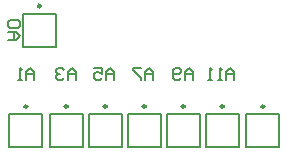
<source format=gbo>
G04*
G04 #@! TF.GenerationSoftware,Altium Limited,Altium Designer,21.1.0 (24)*
G04*
G04 Layer_Color=32896*
%FSLAX25Y25*%
%MOIN*%
G70*
G04*
G04 #@! TF.SameCoordinates,F511F5FD-4682-4DAA-AC6C-A49189F54C52*
G04*
G04*
G04 #@! TF.FilePolarity,Positive*
G04*
G01*
G75*
%ADD10C,0.00984*%
%ADD12C,0.00787*%
%ADD13C,0.00600*%
D10*
X125992Y22071D02*
G03*
X125992Y22071I-492J0D01*
G01*
X112492D02*
G03*
X112492Y22071I-492J0D01*
G01*
X99492D02*
G03*
X99492Y22071I-492J0D01*
G01*
X86492D02*
G03*
X86492Y22071I-492J0D01*
G01*
X73492D02*
G03*
X73492Y22071I-492J0D01*
G01*
X60492D02*
G03*
X60492Y22071I-492J0D01*
G01*
X46992D02*
G03*
X46992Y22071I-492J0D01*
G01*
X51492Y55571D02*
G03*
X51492Y55571I-492J0D01*
G01*
D12*
X119988Y19512D02*
X131012D01*
X119988Y8488D02*
Y19512D01*
Y8488D02*
X131012D01*
X131012Y8488D02*
Y19512D01*
X106488D02*
X117512D01*
X106488Y8488D02*
Y19512D01*
Y8488D02*
X117512D01*
X117512Y8488D02*
Y19512D01*
X93488D02*
X104512D01*
X93488Y8488D02*
Y19512D01*
Y8488D02*
X104512D01*
X104512Y8488D02*
Y19512D01*
X80488D02*
X91512D01*
X80488Y8488D02*
Y19512D01*
Y8488D02*
X91512D01*
X91512Y8488D02*
Y19512D01*
X67488D02*
X78512D01*
X67488Y8488D02*
Y19512D01*
Y8488D02*
X78512D01*
X78512Y8488D02*
Y19512D01*
X54488D02*
X65512D01*
X54488Y8488D02*
Y19512D01*
Y8488D02*
X65512D01*
X65512Y8488D02*
Y19512D01*
X40988D02*
X52012D01*
X40988Y8488D02*
Y19512D01*
Y8488D02*
X52012D01*
X52012Y8488D02*
Y19512D01*
X45488Y53012D02*
X56512D01*
X45488Y41988D02*
Y53012D01*
Y41988D02*
X56512D01*
X56512Y41988D02*
Y53012D01*
D13*
X115832Y31001D02*
Y33667D01*
X114499Y34999D01*
X113166Y33667D01*
Y31001D01*
Y33000D01*
X115832D01*
X111833Y31001D02*
X110500D01*
X111167D01*
Y34999D01*
X111833Y34333D01*
X108501Y31001D02*
X107168D01*
X107834D01*
Y34999D01*
X108501Y34333D01*
X102332Y31001D02*
Y33667D01*
X100999Y34999D01*
X99666Y33667D01*
Y31001D01*
Y33000D01*
X102332D01*
X98334Y31667D02*
X97667Y31001D01*
X96334D01*
X95668Y31667D01*
Y34333D01*
X96334Y34999D01*
X97667D01*
X98334Y34333D01*
Y33667D01*
X97667Y33000D01*
X95668D01*
X88832Y31001D02*
Y33667D01*
X87499Y34999D01*
X86166Y33667D01*
Y31001D01*
Y33000D01*
X88832D01*
X84834Y34999D02*
X82168D01*
Y34333D01*
X84834Y31667D01*
Y31001D01*
X75832D02*
Y33667D01*
X74499Y34999D01*
X73166Y33667D01*
Y31001D01*
Y33000D01*
X75832D01*
X69168Y34999D02*
X71833D01*
Y33000D01*
X70501Y33667D01*
X69834D01*
X69168Y33000D01*
Y31667D01*
X69834Y31001D01*
X71167D01*
X71833Y31667D01*
X49166Y31001D02*
Y33667D01*
X47833Y34999D01*
X46500Y33667D01*
Y31001D01*
Y33000D01*
X49166D01*
X45167Y31001D02*
X43834D01*
X44501D01*
Y34999D01*
X45167Y34333D01*
X63332Y31001D02*
Y33667D01*
X61999Y34999D01*
X60666Y33667D01*
Y31001D01*
Y33000D01*
X63332D01*
X59333Y34333D02*
X58667Y34999D01*
X57334D01*
X56668Y34333D01*
Y33667D01*
X57334Y33000D01*
X58001D01*
X57334D01*
X56668Y32334D01*
Y31667D01*
X57334Y31001D01*
X58667D01*
X59333Y31667D01*
X40501Y44168D02*
X43166D01*
X44499Y45501D01*
X43166Y46834D01*
X40501D01*
X42500D01*
Y44168D01*
X43833Y48166D02*
X44499Y48833D01*
Y50166D01*
X43833Y50832D01*
X41167D01*
X40501Y50166D01*
Y48833D01*
X41167Y48166D01*
X43833D01*
M02*

</source>
